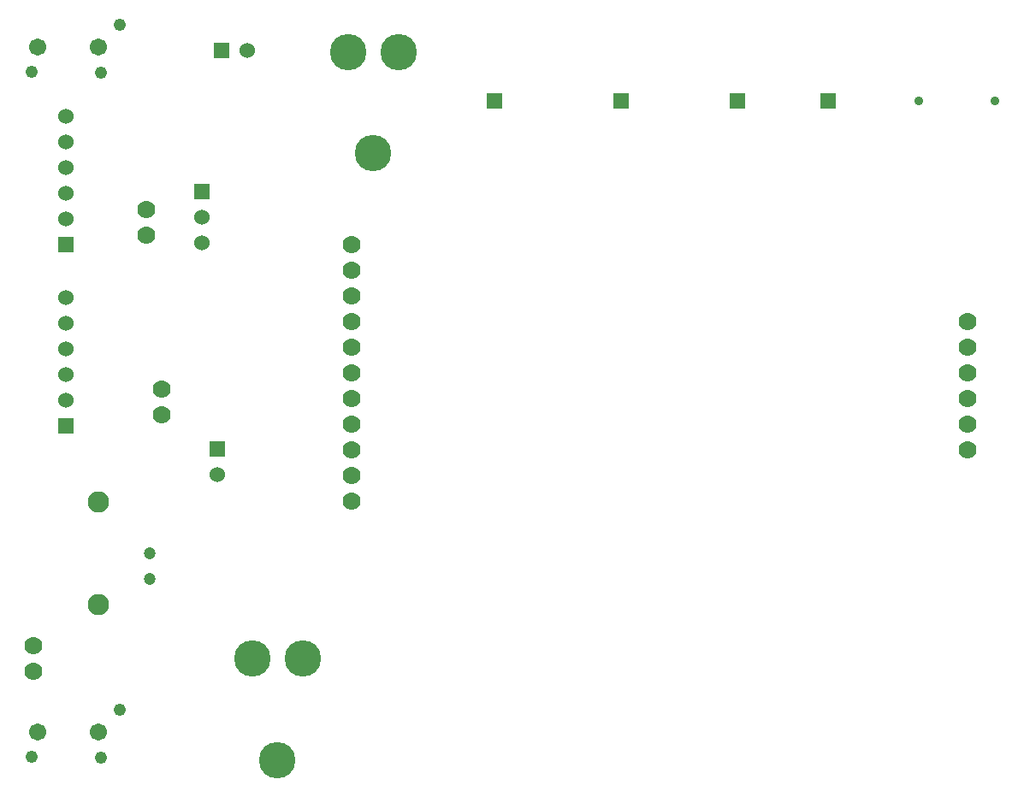
<source format=gbr>
G04 start of page 9 for group 7 idx 7 *
G04 Title: uhx1_board, signal3 *
G04 Creator: pcb 20110918 *
G04 CreationDate: Wed Nov 21 15:50:15 2012 UTC *
G04 For: alpsayin *
G04 Format: Gerber/RS-274X *
G04 PCB-Dimensions: 472441 385827 *
G04 PCB-Coordinate-Origin: lower left *
%MOIN*%
%FSLAX25Y25*%
%LNGROUP7*%
%ADD165C,0.0300*%
%ADD164C,0.0280*%
%ADD163C,0.0450*%
%ADD162C,0.0380*%
%ADD161C,0.0634*%
%ADD160C,0.0358*%
%ADD159C,0.0793*%
%ADD158C,0.0398*%
%ADD157C,0.0630*%
%ADD156C,0.0200*%
%ADD155C,0.0360*%
%ADD154C,0.0001*%
%ADD153C,0.0600*%
%ADD152C,0.0700*%
%ADD151C,0.0674*%
%ADD150C,0.0472*%
%ADD149C,0.0833*%
%ADD148C,0.0488*%
%ADD147C,0.1417*%
G54D147*X102278Y83664D03*
X112121Y44294D03*
X121964Y83664D03*
G54D148*X16299Y45465D03*
X43465Y45071D03*
G54D149*X42335Y104759D03*
G54D150*X62335Y114759D03*
Y124759D03*
G54D151*X18661Y55308D03*
G54D152*X17000Y88827D03*
Y78827D03*
G54D151*X42283Y55308D03*
G54D148*X50551Y63772D03*
G54D152*X141103Y214990D03*
X381103D03*
X141103Y204990D03*
X381103D03*
Y194990D03*
Y184990D03*
Y174990D03*
Y164990D03*
G54D148*X16299Y312372D03*
X43465Y311978D03*
G54D147*X149354Y280721D03*
G54D153*X29520Y275299D03*
Y285299D03*
Y295299D03*
G54D151*X18661Y322215D03*
G54D154*G36*
X87368Y323883D02*Y317883D01*
X93368D01*
Y323883D01*
X87368D01*
G37*
G54D153*X100368Y320883D03*
G54D147*X139511Y320091D03*
X159197D03*
G54D151*X42283Y322215D03*
G54D148*X50551Y330679D03*
G54D154*G36*
X323688Y304203D02*Y298203D01*
X329688D01*
Y304203D01*
X323688D01*
G37*
G36*
X288264D02*Y298203D01*
X294264D01*
Y304203D01*
X288264D01*
G37*
G36*
X243000D02*Y298203D01*
X249000D01*
Y304203D01*
X243000D01*
G37*
G36*
X193786D02*Y298203D01*
X199786D01*
Y304203D01*
X193786D01*
G37*
G36*
X26520Y177451D02*Y171451D01*
X32520D01*
Y177451D01*
X26520D01*
G37*
G54D153*X29520Y184451D03*
Y194451D03*
Y204451D03*
Y214451D03*
G54D152*X141103Y194990D03*
Y184990D03*
Y174990D03*
Y164990D03*
Y154990D03*
Y144990D03*
G54D149*X42335Y144759D03*
G54D154*G36*
X85560Y168411D02*Y162411D01*
X91560D01*
Y168411D01*
X85560D01*
G37*
G54D153*X88560Y155411D03*
G54D152*X67000Y178827D03*
Y188827D03*
G54D153*X29520Y224451D03*
X82656Y245939D03*
G54D152*X141103Y244990D03*
Y234990D03*
Y224990D03*
G54D154*G36*
X79656Y268939D02*Y262939D01*
X85656D01*
Y268939D01*
X79656D01*
G37*
G54D153*X82656Y255939D03*
G54D154*G36*
X26520Y248299D02*Y242299D01*
X32520D01*
Y248299D01*
X26520D01*
G37*
G54D153*X29520Y255299D03*
Y265299D03*
G54D152*X61000Y248827D03*
Y258827D03*
G54D155*X362112Y301203D03*
X391632D03*
G54D156*G54D157*G54D158*G54D159*G54D160*G54D161*G54D162*G54D161*G54D158*G54D163*G54D158*G54D157*G54D164*G54D161*G54D165*G54D157*G54D161*G54D158*G54D164*G54D163*G54D159*G54D165*G54D162*G54D164*G54D163*G54D164*G54D162*M02*

</source>
